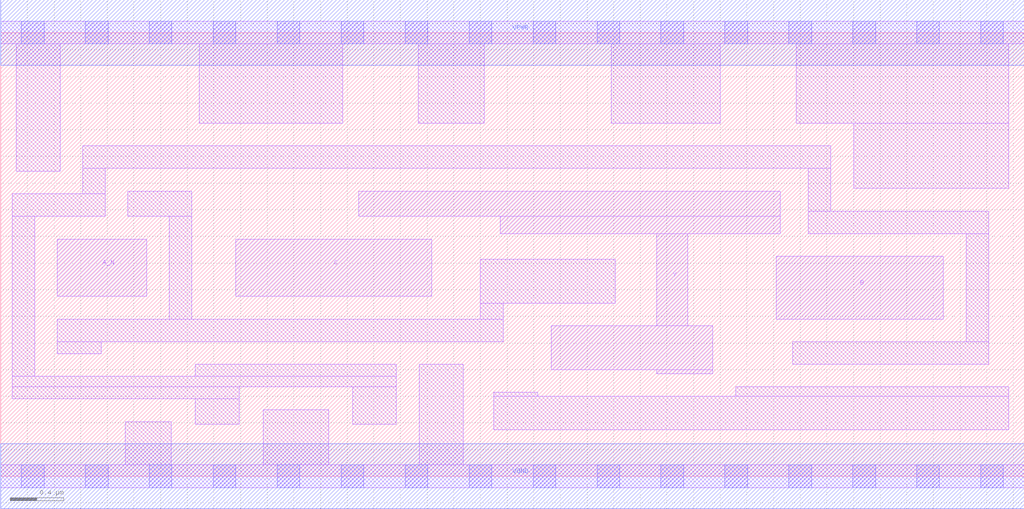
<source format=lef>
# Copyright 2020 The SkyWater PDK Authors
#
# Licensed under the Apache License, Version 2.0 (the "License");
# you may not use this file except in compliance with the License.
# You may obtain a copy of the License at
#
#     https://www.apache.org/licenses/LICENSE-2.0
#
# Unless required by applicable law or agreed to in writing, software
# distributed under the License is distributed on an "AS IS" BASIS,
# WITHOUT WARRANTIES OR CONDITIONS OF ANY KIND, either express or implied.
# See the License for the specific language governing permissions and
# limitations under the License.
#
# SPDX-License-Identifier: Apache-2.0

VERSION 5.7 ;
  NAMESCASESENSITIVE ON ;
  NOWIREEXTENSIONATPIN ON ;
  DIVIDERCHAR "/" ;
  BUSBITCHARS "[]" ;
UNITS
  DATABASE MICRONS 200 ;
END UNITS
MACRO sky130_fd_sc_hs__nand3b_4
  CLASS CORE ;
  SOURCE USER ;
  FOREIGN sky130_fd_sc_hs__nand3b_4 ;
  ORIGIN  0.000000  0.000000 ;
  SIZE  7.680000 BY  3.330000 ;
  SYMMETRY X Y ;
  SITE unit ;
  PIN A_N
    ANTENNAGATEAREA  0.363000 ;
    DIRECTION INPUT ;
    USE SIGNAL ;
    PORT
      LAYER li1 ;
        RECT 0.425000 1.350000 1.095000 1.780000 ;
    END
  END A_N
  PIN B
    ANTENNAGATEAREA  0.780000 ;
    DIRECTION INPUT ;
    USE SIGNAL ;
    PORT
      LAYER li1 ;
        RECT 5.820000 1.180000 7.075000 1.650000 ;
    END
  END B
  PIN C
    ANTENNAGATEAREA  0.780000 ;
    DIRECTION INPUT ;
    USE SIGNAL ;
    PORT
      LAYER li1 ;
        RECT 1.765000 1.350000 3.235000 1.780000 ;
    END
  END C
  PIN Y
    ANTENNADIFFAREA  1.866500 ;
    DIRECTION OUTPUT ;
    USE SIGNAL ;
    PORT
      LAYER li1 ;
        RECT 2.685000 1.950000 5.850000 2.140000 ;
        RECT 3.750000 1.820000 5.850000 1.950000 ;
        RECT 4.130000 0.800000 5.345000 1.130000 ;
        RECT 4.925000 0.770000 5.345000 0.800000 ;
        RECT 4.925000 1.130000 5.155000 1.820000 ;
    END
  END Y
  PIN VGND
    DIRECTION INOUT ;
    USE GROUND ;
    PORT
      LAYER met1 ;
        RECT 0.000000 -0.245000 7.680000 0.245000 ;
    END
  END VGND
  PIN VPWR
    DIRECTION INOUT ;
    USE POWER ;
    PORT
      LAYER met1 ;
        RECT 0.000000 3.085000 7.680000 3.575000 ;
    END
  END VPWR
  OBS
    LAYER li1 ;
      RECT 0.000000 -0.085000 7.680000 0.085000 ;
      RECT 0.000000  3.245000 7.680000 3.415000 ;
      RECT 0.085000  0.580000 1.790000 0.670000 ;
      RECT 0.085000  0.670000 2.970000 0.750000 ;
      RECT 0.085000  0.750000 0.255000 1.950000 ;
      RECT 0.085000  1.950000 0.785000 2.120000 ;
      RECT 0.115000  2.290000 0.445000 3.245000 ;
      RECT 0.425000  0.920000 0.755000 1.010000 ;
      RECT 0.425000  1.010000 3.770000 1.180000 ;
      RECT 0.615000  2.120000 0.785000 2.310000 ;
      RECT 0.615000  2.310000 6.230000 2.480000 ;
      RECT 0.935000  0.085000 1.280000 0.410000 ;
      RECT 0.955000  1.950000 1.435000 2.140000 ;
      RECT 1.265000  1.180000 1.435000 1.950000 ;
      RECT 1.460000  0.390000 1.790000 0.580000 ;
      RECT 1.460000  0.750000 2.970000 0.840000 ;
      RECT 1.490000  2.650000 2.565000 3.245000 ;
      RECT 1.970000  0.085000 2.460000 0.500000 ;
      RECT 2.640000  0.390000 2.970000 0.670000 ;
      RECT 3.135000  2.650000 3.630000 3.245000 ;
      RECT 3.140000  0.085000 3.470000 0.840000 ;
      RECT 3.600000  1.180000 3.770000 1.300000 ;
      RECT 3.600000  1.300000 4.610000 1.630000 ;
      RECT 3.700000  0.350000 7.565000 0.600000 ;
      RECT 3.700000  0.600000 4.030000 0.630000 ;
      RECT 4.580000  2.650000 5.400000 3.245000 ;
      RECT 5.515000  0.600000 7.565000 0.670000 ;
      RECT 5.945000  0.840000 7.415000 1.010000 ;
      RECT 5.970000  2.650000 7.565000 3.245000 ;
      RECT 6.060000  1.820000 7.415000 1.990000 ;
      RECT 6.060000  1.990000 6.230000 2.310000 ;
      RECT 6.400000  2.160000 7.565000 2.650000 ;
      RECT 7.245000  1.010000 7.415000 1.820000 ;
    LAYER mcon ;
      RECT 0.155000 -0.085000 0.325000 0.085000 ;
      RECT 0.155000  3.245000 0.325000 3.415000 ;
      RECT 0.635000 -0.085000 0.805000 0.085000 ;
      RECT 0.635000  3.245000 0.805000 3.415000 ;
      RECT 1.115000 -0.085000 1.285000 0.085000 ;
      RECT 1.115000  3.245000 1.285000 3.415000 ;
      RECT 1.595000 -0.085000 1.765000 0.085000 ;
      RECT 1.595000  3.245000 1.765000 3.415000 ;
      RECT 2.075000 -0.085000 2.245000 0.085000 ;
      RECT 2.075000  3.245000 2.245000 3.415000 ;
      RECT 2.555000 -0.085000 2.725000 0.085000 ;
      RECT 2.555000  3.245000 2.725000 3.415000 ;
      RECT 3.035000 -0.085000 3.205000 0.085000 ;
      RECT 3.035000  3.245000 3.205000 3.415000 ;
      RECT 3.515000 -0.085000 3.685000 0.085000 ;
      RECT 3.515000  3.245000 3.685000 3.415000 ;
      RECT 3.995000 -0.085000 4.165000 0.085000 ;
      RECT 3.995000  3.245000 4.165000 3.415000 ;
      RECT 4.475000 -0.085000 4.645000 0.085000 ;
      RECT 4.475000  3.245000 4.645000 3.415000 ;
      RECT 4.955000 -0.085000 5.125000 0.085000 ;
      RECT 4.955000  3.245000 5.125000 3.415000 ;
      RECT 5.435000 -0.085000 5.605000 0.085000 ;
      RECT 5.435000  3.245000 5.605000 3.415000 ;
      RECT 5.915000 -0.085000 6.085000 0.085000 ;
      RECT 5.915000  3.245000 6.085000 3.415000 ;
      RECT 6.395000 -0.085000 6.565000 0.085000 ;
      RECT 6.395000  3.245000 6.565000 3.415000 ;
      RECT 6.875000 -0.085000 7.045000 0.085000 ;
      RECT 6.875000  3.245000 7.045000 3.415000 ;
      RECT 7.355000 -0.085000 7.525000 0.085000 ;
      RECT 7.355000  3.245000 7.525000 3.415000 ;
  END
END sky130_fd_sc_hs__nand3b_4

</source>
